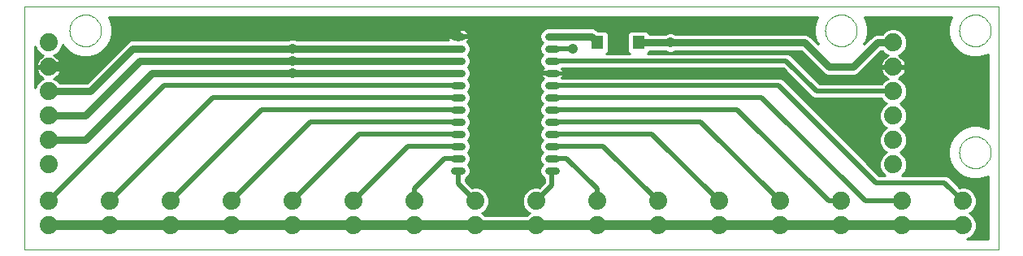
<source format=gtl>
G75*
G70*
%OFA0B0*%
%FSLAX24Y24*%
%IPPOS*%
%LPD*%
%AMOC8*
5,1,8,0,0,1.08239X$1,22.5*
%
%ADD10C,0.0000*%
%ADD11C,0.0300*%
%ADD12C,0.0740*%
%ADD13R,0.0500X0.0579*%
%ADD14C,0.0410*%
%ADD15C,0.0200*%
%ADD16C,0.0400*%
%ADD17C,0.0100*%
D10*
X000655Y000655D02*
X000655Y010651D01*
X040625Y010651D01*
X040625Y000655D01*
X000655Y000655D01*
X002505Y009655D02*
X002507Y009705D01*
X002513Y009755D01*
X002523Y009805D01*
X002536Y009853D01*
X002553Y009901D01*
X002574Y009947D01*
X002598Y009991D01*
X002626Y010033D01*
X002657Y010073D01*
X002691Y010110D01*
X002728Y010145D01*
X002767Y010176D01*
X002808Y010205D01*
X002852Y010230D01*
X002898Y010252D01*
X002945Y010270D01*
X002993Y010284D01*
X003042Y010295D01*
X003092Y010302D01*
X003142Y010305D01*
X003193Y010304D01*
X003243Y010299D01*
X003293Y010290D01*
X003341Y010278D01*
X003389Y010261D01*
X003435Y010241D01*
X003480Y010218D01*
X003523Y010191D01*
X003563Y010161D01*
X003601Y010128D01*
X003636Y010092D01*
X003669Y010053D01*
X003698Y010012D01*
X003724Y009969D01*
X003747Y009924D01*
X003766Y009877D01*
X003781Y009829D01*
X003793Y009780D01*
X003801Y009730D01*
X003805Y009680D01*
X003805Y009630D01*
X003801Y009580D01*
X003793Y009530D01*
X003781Y009481D01*
X003766Y009433D01*
X003747Y009386D01*
X003724Y009341D01*
X003698Y009298D01*
X003669Y009257D01*
X003636Y009218D01*
X003601Y009182D01*
X003563Y009149D01*
X003523Y009119D01*
X003480Y009092D01*
X003435Y009069D01*
X003389Y009049D01*
X003341Y009032D01*
X003293Y009020D01*
X003243Y009011D01*
X003193Y009006D01*
X003142Y009005D01*
X003092Y009008D01*
X003042Y009015D01*
X002993Y009026D01*
X002945Y009040D01*
X002898Y009058D01*
X002852Y009080D01*
X002808Y009105D01*
X002767Y009134D01*
X002728Y009165D01*
X002691Y009200D01*
X002657Y009237D01*
X002626Y009277D01*
X002598Y009319D01*
X002574Y009363D01*
X002553Y009409D01*
X002536Y009457D01*
X002523Y009505D01*
X002513Y009555D01*
X002507Y009605D01*
X002505Y009655D01*
X033505Y009655D02*
X033507Y009705D01*
X033513Y009755D01*
X033523Y009805D01*
X033536Y009853D01*
X033553Y009901D01*
X033574Y009947D01*
X033598Y009991D01*
X033626Y010033D01*
X033657Y010073D01*
X033691Y010110D01*
X033728Y010145D01*
X033767Y010176D01*
X033808Y010205D01*
X033852Y010230D01*
X033898Y010252D01*
X033945Y010270D01*
X033993Y010284D01*
X034042Y010295D01*
X034092Y010302D01*
X034142Y010305D01*
X034193Y010304D01*
X034243Y010299D01*
X034293Y010290D01*
X034341Y010278D01*
X034389Y010261D01*
X034435Y010241D01*
X034480Y010218D01*
X034523Y010191D01*
X034563Y010161D01*
X034601Y010128D01*
X034636Y010092D01*
X034669Y010053D01*
X034698Y010012D01*
X034724Y009969D01*
X034747Y009924D01*
X034766Y009877D01*
X034781Y009829D01*
X034793Y009780D01*
X034801Y009730D01*
X034805Y009680D01*
X034805Y009630D01*
X034801Y009580D01*
X034793Y009530D01*
X034781Y009481D01*
X034766Y009433D01*
X034747Y009386D01*
X034724Y009341D01*
X034698Y009298D01*
X034669Y009257D01*
X034636Y009218D01*
X034601Y009182D01*
X034563Y009149D01*
X034523Y009119D01*
X034480Y009092D01*
X034435Y009069D01*
X034389Y009049D01*
X034341Y009032D01*
X034293Y009020D01*
X034243Y009011D01*
X034193Y009006D01*
X034142Y009005D01*
X034092Y009008D01*
X034042Y009015D01*
X033993Y009026D01*
X033945Y009040D01*
X033898Y009058D01*
X033852Y009080D01*
X033808Y009105D01*
X033767Y009134D01*
X033728Y009165D01*
X033691Y009200D01*
X033657Y009237D01*
X033626Y009277D01*
X033598Y009319D01*
X033574Y009363D01*
X033553Y009409D01*
X033536Y009457D01*
X033523Y009505D01*
X033513Y009555D01*
X033507Y009605D01*
X033505Y009655D01*
X039005Y009655D02*
X039007Y009705D01*
X039013Y009755D01*
X039023Y009805D01*
X039036Y009853D01*
X039053Y009901D01*
X039074Y009947D01*
X039098Y009991D01*
X039126Y010033D01*
X039157Y010073D01*
X039191Y010110D01*
X039228Y010145D01*
X039267Y010176D01*
X039308Y010205D01*
X039352Y010230D01*
X039398Y010252D01*
X039445Y010270D01*
X039493Y010284D01*
X039542Y010295D01*
X039592Y010302D01*
X039642Y010305D01*
X039693Y010304D01*
X039743Y010299D01*
X039793Y010290D01*
X039841Y010278D01*
X039889Y010261D01*
X039935Y010241D01*
X039980Y010218D01*
X040023Y010191D01*
X040063Y010161D01*
X040101Y010128D01*
X040136Y010092D01*
X040169Y010053D01*
X040198Y010012D01*
X040224Y009969D01*
X040247Y009924D01*
X040266Y009877D01*
X040281Y009829D01*
X040293Y009780D01*
X040301Y009730D01*
X040305Y009680D01*
X040305Y009630D01*
X040301Y009580D01*
X040293Y009530D01*
X040281Y009481D01*
X040266Y009433D01*
X040247Y009386D01*
X040224Y009341D01*
X040198Y009298D01*
X040169Y009257D01*
X040136Y009218D01*
X040101Y009182D01*
X040063Y009149D01*
X040023Y009119D01*
X039980Y009092D01*
X039935Y009069D01*
X039889Y009049D01*
X039841Y009032D01*
X039793Y009020D01*
X039743Y009011D01*
X039693Y009006D01*
X039642Y009005D01*
X039592Y009008D01*
X039542Y009015D01*
X039493Y009026D01*
X039445Y009040D01*
X039398Y009058D01*
X039352Y009080D01*
X039308Y009105D01*
X039267Y009134D01*
X039228Y009165D01*
X039191Y009200D01*
X039157Y009237D01*
X039126Y009277D01*
X039098Y009319D01*
X039074Y009363D01*
X039053Y009409D01*
X039036Y009457D01*
X039023Y009505D01*
X039013Y009555D01*
X039007Y009605D01*
X039005Y009655D01*
X039005Y004655D02*
X039007Y004705D01*
X039013Y004755D01*
X039023Y004805D01*
X039036Y004853D01*
X039053Y004901D01*
X039074Y004947D01*
X039098Y004991D01*
X039126Y005033D01*
X039157Y005073D01*
X039191Y005110D01*
X039228Y005145D01*
X039267Y005176D01*
X039308Y005205D01*
X039352Y005230D01*
X039398Y005252D01*
X039445Y005270D01*
X039493Y005284D01*
X039542Y005295D01*
X039592Y005302D01*
X039642Y005305D01*
X039693Y005304D01*
X039743Y005299D01*
X039793Y005290D01*
X039841Y005278D01*
X039889Y005261D01*
X039935Y005241D01*
X039980Y005218D01*
X040023Y005191D01*
X040063Y005161D01*
X040101Y005128D01*
X040136Y005092D01*
X040169Y005053D01*
X040198Y005012D01*
X040224Y004969D01*
X040247Y004924D01*
X040266Y004877D01*
X040281Y004829D01*
X040293Y004780D01*
X040301Y004730D01*
X040305Y004680D01*
X040305Y004630D01*
X040301Y004580D01*
X040293Y004530D01*
X040281Y004481D01*
X040266Y004433D01*
X040247Y004386D01*
X040224Y004341D01*
X040198Y004298D01*
X040169Y004257D01*
X040136Y004218D01*
X040101Y004182D01*
X040063Y004149D01*
X040023Y004119D01*
X039980Y004092D01*
X039935Y004069D01*
X039889Y004049D01*
X039841Y004032D01*
X039793Y004020D01*
X039743Y004011D01*
X039693Y004006D01*
X039642Y004005D01*
X039592Y004008D01*
X039542Y004015D01*
X039493Y004026D01*
X039445Y004040D01*
X039398Y004058D01*
X039352Y004080D01*
X039308Y004105D01*
X039267Y004134D01*
X039228Y004165D01*
X039191Y004200D01*
X039157Y004237D01*
X039126Y004277D01*
X039098Y004319D01*
X039074Y004363D01*
X039053Y004409D01*
X039036Y004457D01*
X039023Y004505D01*
X039013Y004555D01*
X039007Y004605D01*
X039005Y004655D01*
D11*
X034655Y008155D02*
X033655Y008155D01*
X032655Y009155D01*
X027155Y009155D01*
X025852Y009155D01*
X024159Y009155D02*
X023909Y009405D01*
X022305Y009405D01*
X022155Y009405D02*
X022455Y009405D01*
X022455Y008905D02*
X022155Y008905D01*
X022155Y008405D02*
X022455Y008405D01*
X022455Y007905D02*
X022155Y007905D01*
X022155Y007405D02*
X022455Y007405D01*
X022455Y006905D02*
X022155Y006905D01*
X022155Y006405D02*
X022455Y006405D01*
X022455Y005905D02*
X022155Y005905D01*
X022155Y005405D02*
X022455Y005405D01*
X022455Y004905D02*
X022155Y004905D01*
X022155Y004405D02*
X022455Y004405D01*
X022455Y003905D02*
X022155Y003905D01*
X018605Y003905D02*
X018305Y003905D01*
X018305Y004405D02*
X018605Y004405D01*
X018605Y004905D02*
X018305Y004905D01*
X018305Y005405D02*
X018605Y005405D01*
X018605Y005905D02*
X018305Y005905D01*
X018305Y006405D02*
X018605Y006405D01*
X018605Y006905D02*
X018305Y006905D01*
X018305Y007405D02*
X018605Y007405D01*
X018605Y007905D02*
X018305Y007905D01*
X018455Y007905D02*
X011655Y007905D01*
X005905Y007905D01*
X003155Y005155D01*
X001655Y005155D01*
X001655Y006155D02*
X003155Y006155D01*
X005405Y008405D01*
X011655Y008405D01*
X018455Y008405D01*
X018305Y008405D02*
X018605Y008405D01*
X018605Y008905D02*
X018305Y008905D01*
X018455Y008905D02*
X012655Y008905D01*
X011655Y008905D01*
X005105Y008905D01*
X003355Y007155D01*
X001655Y007155D01*
X018305Y009405D02*
X018605Y009405D01*
X034655Y008155D02*
X035655Y009155D01*
X036295Y009155D01*
D12*
X036295Y009155D03*
X036295Y008155D03*
X036295Y007155D03*
X036295Y006155D03*
X036295Y005155D03*
X036295Y004155D03*
X036655Y002655D03*
X034155Y002655D03*
X031655Y002655D03*
X029155Y002655D03*
X026655Y002655D03*
X024155Y002655D03*
X021655Y002655D03*
X019155Y002655D03*
X016655Y002655D03*
X014155Y002655D03*
X011655Y002655D03*
X009155Y002655D03*
X006655Y002655D03*
X004155Y002655D03*
X001655Y002655D03*
X001655Y001655D03*
X004155Y001655D03*
X006655Y001655D03*
X009155Y001655D03*
X011655Y001655D03*
X014155Y001655D03*
X016655Y001655D03*
X019155Y001655D03*
X021655Y001655D03*
X024155Y001655D03*
X026655Y001655D03*
X029155Y001655D03*
X031655Y001655D03*
X034155Y001655D03*
X036655Y001655D03*
X039155Y001655D03*
X039155Y002655D03*
X001655Y004155D03*
X001655Y005155D03*
X001655Y006155D03*
X001655Y007155D03*
X001655Y008155D03*
X001655Y009155D03*
D13*
X024159Y009155D03*
X025852Y009155D03*
D14*
X027155Y009155D03*
X023155Y008905D03*
X021405Y008155D03*
X020405Y008155D03*
X020405Y006805D03*
X021405Y006805D03*
X019405Y006805D03*
X019405Y005655D03*
X020405Y005655D03*
X021405Y005655D03*
X021405Y004655D03*
X020405Y004655D03*
X019405Y004655D03*
X011655Y007905D03*
X011655Y008405D03*
X011655Y008905D03*
X017155Y009755D03*
D15*
X018455Y009405D02*
X019655Y009405D01*
X021155Y007905D01*
X022305Y007905D01*
X022305Y007405D02*
X031605Y007405D01*
X035605Y003405D01*
X038405Y003405D01*
X039155Y002655D01*
X036655Y002655D02*
X035155Y002655D01*
X030905Y006905D01*
X022305Y006905D01*
X022305Y006405D02*
X029905Y006405D01*
X033655Y002655D01*
X034155Y002655D01*
X031655Y002655D02*
X028405Y005905D01*
X022305Y005905D01*
X022305Y005405D02*
X026405Y005405D01*
X029155Y002655D01*
X026655Y002655D02*
X024405Y004905D01*
X022305Y004905D01*
X022305Y004405D02*
X022905Y004405D01*
X024155Y003155D01*
X024155Y002655D01*
X022305Y003305D02*
X021655Y002655D01*
X022305Y003305D02*
X022305Y003905D01*
X019155Y002655D02*
X018455Y003355D01*
X018455Y003905D01*
X018455Y004405D02*
X017905Y004405D01*
X016655Y003155D01*
X016655Y002655D01*
X016405Y004905D02*
X014155Y002655D01*
X011655Y002655D02*
X014405Y005405D01*
X018455Y005405D01*
X018455Y004905D02*
X016405Y004905D01*
X018455Y005905D02*
X012405Y005905D01*
X009155Y002655D01*
X006655Y002655D02*
X010405Y006405D01*
X018455Y006405D01*
X018455Y006905D02*
X008405Y006905D01*
X004155Y002655D01*
X001655Y002655D02*
X006405Y007405D01*
X018455Y007405D01*
X022305Y008405D02*
X031905Y008405D01*
X033155Y007155D01*
X036295Y007155D01*
X023155Y008905D02*
X022305Y008905D01*
D16*
X018455Y009405D02*
X018105Y009755D01*
X017155Y009755D01*
X005055Y009755D01*
X003455Y008155D01*
X001655Y008155D01*
X001655Y001655D02*
X004155Y001655D01*
X006655Y001655D01*
X009155Y001655D01*
X011655Y001655D01*
X014155Y001655D01*
X016655Y001655D01*
X019155Y001655D01*
X021655Y001655D01*
X024155Y001655D01*
X026655Y001655D01*
X029155Y001655D01*
X031655Y001655D01*
X034155Y001655D01*
X036655Y001655D01*
X039155Y001655D01*
D17*
X039684Y001443D02*
X040175Y001443D01*
X040175Y001345D02*
X039644Y001345D01*
X039638Y001332D02*
X039725Y001542D01*
X040175Y001542D01*
X040175Y001641D02*
X039725Y001641D01*
X039725Y001739D02*
X040175Y001739D01*
X040175Y001838D02*
X039696Y001838D01*
X039725Y001769D02*
X039638Y001978D01*
X039478Y002138D01*
X039437Y002155D01*
X039478Y002172D01*
X039638Y002332D01*
X039725Y002542D01*
X039725Y002769D01*
X039638Y002978D01*
X039478Y003138D01*
X039269Y003225D01*
X039042Y003225D01*
X039019Y003216D01*
X038575Y003659D01*
X038465Y003705D01*
X038345Y003705D01*
X036651Y003705D01*
X036778Y003832D01*
X036865Y004042D01*
X036865Y004269D01*
X036778Y004478D01*
X036618Y004638D01*
X036577Y004655D01*
X036618Y004672D01*
X036778Y004832D01*
X036865Y005042D01*
X036865Y005269D01*
X036778Y005478D01*
X036618Y005638D01*
X036577Y005655D01*
X036618Y005672D01*
X036778Y005832D01*
X036865Y006042D01*
X036865Y006269D01*
X036778Y006478D01*
X036618Y006638D01*
X036577Y006655D01*
X036618Y006672D01*
X036778Y006832D01*
X036865Y007042D01*
X036865Y007269D01*
X036778Y007478D01*
X036618Y007638D01*
X036512Y007682D01*
X036568Y007710D01*
X036634Y007758D01*
X036692Y007816D01*
X036740Y007883D01*
X036777Y007955D01*
X036802Y008033D01*
X036814Y008105D01*
X036345Y008105D01*
X036345Y008205D01*
X036814Y008205D01*
X036802Y008277D01*
X036777Y008355D01*
X036740Y008428D01*
X036692Y008494D01*
X036634Y008552D01*
X036568Y008600D01*
X036512Y008628D01*
X036618Y008672D01*
X036778Y008832D01*
X036865Y009042D01*
X036865Y009269D01*
X036778Y009478D01*
X036618Y009638D01*
X036409Y009725D01*
X036182Y009725D01*
X035972Y009638D01*
X035839Y009505D01*
X035585Y009505D01*
X035457Y009452D01*
X035358Y009353D01*
X035104Y009099D01*
X035180Y009231D01*
X035255Y009510D01*
X035255Y009800D01*
X035180Y010080D01*
X035110Y010201D01*
X038700Y010201D01*
X038630Y010080D01*
X038555Y009800D01*
X038555Y009510D01*
X038630Y009231D01*
X038775Y008980D01*
X038980Y008775D01*
X039231Y008630D01*
X039510Y008555D01*
X039800Y008555D01*
X040080Y008630D01*
X040175Y008685D01*
X040175Y005625D01*
X040080Y005680D01*
X039800Y005755D01*
X039510Y005755D01*
X039231Y005680D01*
X038980Y005535D01*
X038775Y005331D01*
X038630Y005080D01*
X038555Y004800D01*
X038555Y004510D01*
X038630Y004231D01*
X038775Y003980D01*
X038980Y003775D01*
X039231Y003630D01*
X039510Y003555D01*
X039800Y003555D01*
X040080Y003630D01*
X040175Y003685D01*
X040175Y001105D01*
X039317Y001105D01*
X039478Y001172D01*
X039638Y001332D01*
X039552Y001246D02*
X040175Y001246D01*
X040175Y001148D02*
X039420Y001148D01*
X039725Y001542D02*
X039725Y001769D01*
X039656Y001936D02*
X040175Y001936D01*
X040175Y002035D02*
X039582Y002035D01*
X039483Y002133D02*
X040175Y002133D01*
X040175Y002232D02*
X039538Y002232D01*
X039636Y002330D02*
X040175Y002330D01*
X040175Y002429D02*
X039678Y002429D01*
X039719Y002527D02*
X040175Y002527D01*
X040175Y002626D02*
X039725Y002626D01*
X039725Y002725D02*
X040175Y002725D01*
X040175Y002823D02*
X039702Y002823D01*
X039662Y002922D02*
X040175Y002922D01*
X040175Y003020D02*
X039596Y003020D01*
X039498Y003119D02*
X040175Y003119D01*
X040175Y003217D02*
X039287Y003217D01*
X039023Y003217D02*
X039017Y003217D01*
X038919Y003316D02*
X040175Y003316D01*
X040175Y003414D02*
X038820Y003414D01*
X038722Y003513D02*
X040175Y003513D01*
X040175Y003611D02*
X040010Y003611D01*
X039300Y003611D02*
X038623Y003611D01*
X039092Y003710D02*
X036656Y003710D01*
X036755Y003809D02*
X038946Y003809D01*
X038848Y003907D02*
X036809Y003907D01*
X036850Y004006D02*
X038760Y004006D01*
X038703Y004104D02*
X036865Y004104D01*
X036865Y004203D02*
X038646Y004203D01*
X038611Y004301D02*
X036852Y004301D01*
X036811Y004400D02*
X038585Y004400D01*
X038558Y004498D02*
X036758Y004498D01*
X036659Y004597D02*
X038555Y004597D01*
X038555Y004695D02*
X036641Y004695D01*
X036740Y004794D02*
X038555Y004794D01*
X038580Y004892D02*
X036803Y004892D01*
X036844Y004991D02*
X038606Y004991D01*
X038636Y005090D02*
X036865Y005090D01*
X036865Y005188D02*
X038693Y005188D01*
X038750Y005287D02*
X036858Y005287D01*
X036817Y005385D02*
X038830Y005385D01*
X038928Y005484D02*
X036773Y005484D01*
X036674Y005582D02*
X039061Y005582D01*
X039233Y005681D02*
X036627Y005681D01*
X036725Y005779D02*
X040175Y005779D01*
X040175Y005681D02*
X040077Y005681D01*
X040175Y005878D02*
X036797Y005878D01*
X036838Y005976D02*
X040175Y005976D01*
X040175Y006075D02*
X036865Y006075D01*
X036865Y006174D02*
X040175Y006174D01*
X040175Y006272D02*
X036864Y006272D01*
X036823Y006371D02*
X040175Y006371D01*
X040175Y006469D02*
X036782Y006469D01*
X036689Y006568D02*
X040175Y006568D01*
X040175Y006666D02*
X036604Y006666D01*
X036711Y006765D02*
X040175Y006765D01*
X040175Y006863D02*
X036791Y006863D01*
X036832Y006962D02*
X040175Y006962D01*
X040175Y007060D02*
X036865Y007060D01*
X036865Y007159D02*
X040175Y007159D01*
X040175Y007258D02*
X036865Y007258D01*
X036829Y007356D02*
X040175Y007356D01*
X040175Y007455D02*
X036788Y007455D01*
X036703Y007553D02*
X040175Y007553D01*
X040175Y007652D02*
X036586Y007652D01*
X036623Y007750D02*
X040175Y007750D01*
X040175Y007849D02*
X036715Y007849D01*
X036773Y007947D02*
X040175Y007947D01*
X040175Y008046D02*
X036804Y008046D01*
X036808Y008243D02*
X040175Y008243D01*
X040175Y008341D02*
X036781Y008341D01*
X036731Y008440D02*
X040175Y008440D01*
X040175Y008539D02*
X036647Y008539D01*
X036534Y008637D02*
X039218Y008637D01*
X039048Y008736D02*
X036682Y008736D01*
X036779Y008834D02*
X038920Y008834D01*
X038822Y008933D02*
X036820Y008933D01*
X036861Y009031D02*
X038745Y009031D01*
X038688Y009130D02*
X036865Y009130D01*
X036865Y009228D02*
X038631Y009228D01*
X038604Y009327D02*
X036841Y009327D01*
X036800Y009425D02*
X038578Y009425D01*
X038555Y009524D02*
X036732Y009524D01*
X036634Y009623D02*
X038555Y009623D01*
X038555Y009721D02*
X036418Y009721D01*
X036172Y009721D02*
X035255Y009721D01*
X035255Y009623D02*
X035956Y009623D01*
X035858Y009524D02*
X035255Y009524D01*
X035232Y009425D02*
X035431Y009425D01*
X035332Y009327D02*
X035206Y009327D01*
X035179Y009228D02*
X035233Y009228D01*
X035135Y009130D02*
X035122Y009130D01*
X035731Y008736D02*
X035908Y008736D01*
X035972Y008672D02*
X035839Y008805D01*
X035800Y008805D01*
X034853Y007858D01*
X034725Y007805D01*
X034585Y007805D01*
X033585Y007805D01*
X033457Y007858D01*
X033358Y007957D01*
X032510Y008805D01*
X027368Y008805D01*
X027236Y008750D01*
X027075Y008750D01*
X026942Y008805D01*
X026302Y008805D01*
X026302Y008783D01*
X026224Y008705D01*
X031845Y008705D01*
X031965Y008705D01*
X032075Y008659D01*
X033279Y007455D01*
X035802Y007455D01*
X035812Y007478D01*
X035972Y007638D01*
X036078Y007682D01*
X036023Y007710D01*
X035956Y007758D01*
X035898Y007816D01*
X035850Y007883D01*
X035813Y007955D01*
X035788Y008033D01*
X035777Y008105D01*
X036245Y008105D01*
X036245Y008205D01*
X035777Y008205D01*
X035788Y008277D01*
X035813Y008355D01*
X035850Y008428D01*
X035898Y008494D01*
X035956Y008552D01*
X036023Y008600D01*
X036078Y008628D01*
X035972Y008672D01*
X036056Y008637D02*
X035632Y008637D01*
X035534Y008539D02*
X035943Y008539D01*
X035859Y008440D02*
X035435Y008440D01*
X035336Y008341D02*
X035809Y008341D01*
X035783Y008243D02*
X035238Y008243D01*
X035139Y008144D02*
X036245Y008144D01*
X036345Y008144D02*
X040175Y008144D01*
X040175Y008637D02*
X040092Y008637D01*
X038560Y009820D02*
X035250Y009820D01*
X035223Y009918D02*
X038587Y009918D01*
X038613Y010017D02*
X035197Y010017D01*
X035160Y010115D02*
X038651Y010115D01*
X033200Y010201D02*
X033130Y010080D01*
X033055Y009800D01*
X033055Y009510D01*
X033130Y009231D01*
X033206Y009099D01*
X032853Y009452D01*
X032725Y009505D01*
X032585Y009505D01*
X027368Y009505D01*
X027236Y009560D01*
X027075Y009560D01*
X026942Y009505D01*
X026302Y009505D01*
X026302Y009527D01*
X026184Y009644D01*
X025519Y009644D01*
X025402Y009527D01*
X025402Y008783D01*
X025479Y008705D01*
X024531Y008705D01*
X024609Y008783D01*
X024609Y009527D01*
X024491Y009644D01*
X024164Y009644D01*
X024107Y009702D01*
X023978Y009755D01*
X023839Y009755D01*
X022525Y009755D01*
X022085Y009755D01*
X021957Y009702D01*
X021858Y009603D01*
X021805Y009475D01*
X021805Y009335D01*
X021858Y009207D01*
X021910Y009155D01*
X021858Y009103D01*
X021805Y008975D01*
X021805Y008835D01*
X021858Y008707D01*
X021910Y008655D01*
X021858Y008603D01*
X021805Y008475D01*
X021805Y008335D01*
X021858Y008207D01*
X021946Y008120D01*
X021922Y008096D01*
X021889Y008047D01*
X021867Y007993D01*
X021855Y007935D01*
X021855Y007930D01*
X022280Y007930D01*
X022280Y007880D01*
X021855Y007880D01*
X021855Y007876D01*
X021867Y007818D01*
X021889Y007763D01*
X021922Y007714D01*
X021946Y007690D01*
X021858Y007603D01*
X021805Y007475D01*
X021805Y007335D01*
X021858Y007207D01*
X021910Y007155D01*
X021858Y007103D01*
X021805Y006975D01*
X021805Y006835D01*
X021858Y006707D01*
X021910Y006655D01*
X021858Y006603D01*
X021805Y006475D01*
X021805Y006335D01*
X021858Y006207D01*
X021910Y006155D01*
X021858Y006103D01*
X021805Y005975D01*
X021805Y005835D01*
X021858Y005707D01*
X021910Y005655D01*
X021858Y005603D01*
X021805Y005475D01*
X021805Y005335D01*
X021858Y005207D01*
X021910Y005155D01*
X021858Y005103D01*
X021805Y004975D01*
X021805Y004835D01*
X021858Y004707D01*
X021910Y004655D01*
X021858Y004603D01*
X021805Y004475D01*
X021805Y004335D01*
X021858Y004207D01*
X021910Y004155D01*
X021858Y004103D01*
X021805Y003975D01*
X021805Y003835D01*
X021858Y003707D01*
X021957Y003608D01*
X022005Y003588D01*
X022005Y003429D01*
X021791Y003216D01*
X021769Y003225D01*
X021542Y003225D01*
X021332Y003138D01*
X021172Y002978D01*
X021085Y002769D01*
X021085Y002542D01*
X021172Y002332D01*
X021332Y002172D01*
X021373Y002155D01*
X021332Y002138D01*
X021249Y002055D01*
X019561Y002055D01*
X019478Y002138D01*
X019437Y002155D01*
X019478Y002172D01*
X019638Y002332D01*
X019725Y002542D01*
X019725Y002769D01*
X019638Y002978D01*
X019478Y003138D01*
X019269Y003225D01*
X019042Y003225D01*
X019019Y003216D01*
X018755Y003479D01*
X018755Y003588D01*
X018803Y003608D01*
X018902Y003707D01*
X018955Y003835D01*
X018955Y003975D01*
X018902Y004103D01*
X018850Y004155D01*
X018902Y004207D01*
X018955Y004335D01*
X018955Y004475D01*
X018902Y004603D01*
X018850Y004655D01*
X018902Y004707D01*
X018955Y004835D01*
X018955Y004975D01*
X018902Y005103D01*
X018850Y005155D01*
X018902Y005207D01*
X018955Y005335D01*
X018955Y005475D01*
X018902Y005603D01*
X018850Y005655D01*
X018902Y005707D01*
X018955Y005835D01*
X018955Y005975D01*
X018902Y006103D01*
X018850Y006155D01*
X018902Y006207D01*
X018955Y006335D01*
X018955Y006475D01*
X018902Y006603D01*
X018850Y006655D01*
X018902Y006707D01*
X018955Y006835D01*
X018955Y006975D01*
X018902Y007103D01*
X018850Y007155D01*
X018902Y007207D01*
X018955Y007335D01*
X018955Y007475D01*
X018902Y007603D01*
X018850Y007655D01*
X018902Y007707D01*
X018955Y007835D01*
X018955Y007975D01*
X018902Y008103D01*
X018850Y008155D01*
X018902Y008207D01*
X018955Y008335D01*
X018955Y008475D01*
X018902Y008603D01*
X018850Y008655D01*
X018902Y008707D01*
X018955Y008835D01*
X018955Y008975D01*
X018902Y009103D01*
X018815Y009190D01*
X018838Y009214D01*
X018871Y009263D01*
X018894Y009318D01*
X018905Y009376D01*
X018905Y009380D01*
X018480Y009380D01*
X018480Y009430D01*
X018430Y009430D01*
X018430Y009380D01*
X018005Y009380D01*
X018005Y009376D01*
X018017Y009318D01*
X018039Y009263D01*
X018045Y009255D01*
X012725Y009255D01*
X011868Y009255D01*
X011736Y009310D01*
X011575Y009310D01*
X011442Y009255D01*
X005175Y009255D01*
X005035Y009255D01*
X004907Y009202D01*
X003210Y007505D01*
X002111Y007505D01*
X001978Y007638D01*
X001872Y007682D01*
X001928Y007710D01*
X001994Y007758D01*
X002052Y007816D01*
X002100Y007883D01*
X002137Y007955D01*
X002162Y008033D01*
X002174Y008105D01*
X001705Y008105D01*
X001705Y008205D01*
X002174Y008205D01*
X002162Y008277D01*
X002137Y008355D01*
X002100Y008428D01*
X002052Y008494D01*
X001994Y008552D01*
X001928Y008600D01*
X001872Y008628D01*
X001978Y008672D01*
X002138Y008832D01*
X002225Y009042D01*
X002225Y009066D01*
X002275Y008980D01*
X002480Y008775D01*
X002731Y008630D01*
X003010Y008555D01*
X003300Y008555D01*
X003580Y008630D01*
X003831Y008775D01*
X004035Y008980D01*
X004180Y009231D01*
X004255Y009510D01*
X004255Y009800D01*
X004180Y010080D01*
X004110Y010201D01*
X033200Y010201D01*
X033151Y010115D02*
X004160Y010115D01*
X004197Y010017D02*
X033113Y010017D01*
X033087Y009918D02*
X004223Y009918D01*
X004250Y009820D02*
X033060Y009820D01*
X033055Y009721D02*
X024060Y009721D01*
X024513Y009623D02*
X025497Y009623D01*
X025402Y009524D02*
X024609Y009524D01*
X024609Y009425D02*
X025402Y009425D01*
X025402Y009327D02*
X024609Y009327D01*
X024609Y009228D02*
X025402Y009228D01*
X025402Y009130D02*
X024609Y009130D01*
X024609Y009031D02*
X025402Y009031D01*
X025402Y008933D02*
X024609Y008933D01*
X024609Y008834D02*
X025402Y008834D01*
X025449Y008736D02*
X024561Y008736D01*
X026254Y008736D02*
X032580Y008736D01*
X032678Y008637D02*
X032097Y008637D01*
X032196Y008539D02*
X032777Y008539D01*
X032875Y008440D02*
X032294Y008440D01*
X032393Y008341D02*
X032974Y008341D01*
X033072Y008243D02*
X032491Y008243D01*
X032590Y008144D02*
X033171Y008144D01*
X033269Y008046D02*
X032689Y008046D01*
X032787Y007947D02*
X033368Y007947D01*
X033480Y007849D02*
X032886Y007849D01*
X032984Y007750D02*
X035968Y007750D01*
X036005Y007652D02*
X033083Y007652D01*
X033181Y007553D02*
X035887Y007553D01*
X035875Y007849D02*
X034830Y007849D01*
X034942Y007947D02*
X035817Y007947D01*
X035786Y008046D02*
X035041Y008046D01*
X032530Y007356D02*
X032078Y007356D01*
X031980Y007455D02*
X032431Y007455D01*
X032333Y007553D02*
X031881Y007553D01*
X031783Y007652D02*
X032234Y007652D01*
X032136Y007750D02*
X022712Y007750D01*
X022721Y007763D02*
X022744Y007818D01*
X022755Y007876D01*
X022755Y007880D01*
X022330Y007880D01*
X022330Y007930D01*
X022755Y007930D01*
X022755Y007935D01*
X022744Y007993D01*
X022721Y008047D01*
X022688Y008096D01*
X022679Y008105D01*
X031781Y008105D01*
X032901Y006985D01*
X032985Y006901D01*
X033095Y006855D01*
X035802Y006855D01*
X035812Y006832D01*
X035972Y006672D01*
X036013Y006655D01*
X035972Y006638D01*
X035812Y006478D01*
X035725Y006269D01*
X035725Y006042D01*
X035812Y005832D01*
X035972Y005672D01*
X036013Y005655D01*
X035972Y005638D01*
X035812Y005478D01*
X035725Y005269D01*
X035725Y005042D01*
X035812Y004832D01*
X035972Y004672D01*
X036013Y004655D01*
X035972Y004638D01*
X035812Y004478D01*
X035725Y004269D01*
X035725Y004042D01*
X035812Y003832D01*
X035939Y003705D01*
X035729Y003705D01*
X031775Y007659D01*
X031665Y007705D01*
X031545Y007705D01*
X022679Y007705D01*
X022688Y007714D01*
X022721Y007763D01*
X022750Y007849D02*
X032037Y007849D01*
X031939Y007947D02*
X022753Y007947D01*
X022722Y008046D02*
X031840Y008046D01*
X032177Y007258D02*
X032628Y007258D01*
X032727Y007159D02*
X032275Y007159D01*
X032374Y007060D02*
X032826Y007060D01*
X032924Y006962D02*
X032473Y006962D01*
X032571Y006863D02*
X033076Y006863D01*
X032670Y006765D02*
X035879Y006765D01*
X035986Y006666D02*
X032768Y006666D01*
X032867Y006568D02*
X035902Y006568D01*
X035808Y006469D02*
X032965Y006469D01*
X033064Y006371D02*
X035767Y006371D01*
X035727Y006272D02*
X033162Y006272D01*
X033261Y006174D02*
X035725Y006174D01*
X035725Y006075D02*
X033359Y006075D01*
X033458Y005976D02*
X035752Y005976D01*
X035793Y005878D02*
X033557Y005878D01*
X033655Y005779D02*
X035865Y005779D01*
X035963Y005681D02*
X033754Y005681D01*
X033852Y005582D02*
X035916Y005582D01*
X035818Y005484D02*
X033951Y005484D01*
X034049Y005385D02*
X035773Y005385D01*
X035733Y005287D02*
X034148Y005287D01*
X034246Y005188D02*
X035725Y005188D01*
X035725Y005090D02*
X034345Y005090D01*
X034443Y004991D02*
X035746Y004991D01*
X035787Y004892D02*
X034542Y004892D01*
X034641Y004794D02*
X035850Y004794D01*
X035949Y004695D02*
X034739Y004695D01*
X034838Y004597D02*
X035931Y004597D01*
X035832Y004498D02*
X034936Y004498D01*
X035035Y004400D02*
X035779Y004400D01*
X035739Y004301D02*
X035133Y004301D01*
X035232Y004203D02*
X035725Y004203D01*
X035725Y004104D02*
X035330Y004104D01*
X035429Y004006D02*
X035740Y004006D01*
X035781Y003907D02*
X035527Y003907D01*
X035626Y003809D02*
X035836Y003809D01*
X035934Y003710D02*
X035724Y003710D01*
X022005Y003513D02*
X018755Y003513D01*
X018806Y003611D02*
X021954Y003611D01*
X021857Y003710D02*
X018903Y003710D01*
X018944Y003809D02*
X021816Y003809D01*
X021805Y003907D02*
X018955Y003907D01*
X018942Y004006D02*
X021818Y004006D01*
X021859Y004104D02*
X018901Y004104D01*
X018898Y004203D02*
X021863Y004203D01*
X021819Y004301D02*
X018941Y004301D01*
X018955Y004400D02*
X021805Y004400D01*
X021815Y004498D02*
X018945Y004498D01*
X018905Y004597D02*
X021856Y004597D01*
X021870Y004695D02*
X018890Y004695D01*
X018938Y004794D02*
X021822Y004794D01*
X021805Y004892D02*
X018955Y004892D01*
X018948Y004991D02*
X021812Y004991D01*
X021853Y005090D02*
X018908Y005090D01*
X018883Y005188D02*
X021877Y005188D01*
X021825Y005287D02*
X018935Y005287D01*
X018955Y005385D02*
X021805Y005385D01*
X021809Y005484D02*
X018951Y005484D01*
X018911Y005582D02*
X021850Y005582D01*
X021884Y005681D02*
X018876Y005681D01*
X018932Y005779D02*
X021828Y005779D01*
X021805Y005878D02*
X018955Y005878D01*
X018954Y005976D02*
X021806Y005976D01*
X021847Y006075D02*
X018914Y006075D01*
X018868Y006174D02*
X021892Y006174D01*
X021831Y006272D02*
X018929Y006272D01*
X018955Y006371D02*
X021805Y006371D01*
X021805Y006469D02*
X018955Y006469D01*
X018917Y006568D02*
X021844Y006568D01*
X021899Y006666D02*
X018861Y006666D01*
X018926Y006765D02*
X021834Y006765D01*
X021805Y006863D02*
X018955Y006863D01*
X018955Y006962D02*
X021805Y006962D01*
X021841Y007060D02*
X018920Y007060D01*
X018854Y007159D02*
X021906Y007159D01*
X021837Y007258D02*
X018923Y007258D01*
X018955Y007356D02*
X021805Y007356D01*
X021805Y007455D02*
X018955Y007455D01*
X018923Y007553D02*
X021838Y007553D01*
X021907Y007652D02*
X018853Y007652D01*
X018920Y007750D02*
X021898Y007750D01*
X021860Y007849D02*
X018955Y007849D01*
X018955Y007947D02*
X021858Y007947D01*
X021889Y008046D02*
X018926Y008046D01*
X018861Y008144D02*
X021921Y008144D01*
X021843Y008243D02*
X018917Y008243D01*
X018955Y008341D02*
X021805Y008341D01*
X021805Y008440D02*
X018955Y008440D01*
X018929Y008539D02*
X021832Y008539D01*
X021892Y008637D02*
X018868Y008637D01*
X018914Y008736D02*
X021846Y008736D01*
X021806Y008834D02*
X018955Y008834D01*
X018955Y008933D02*
X021805Y008933D01*
X021829Y009031D02*
X018932Y009031D01*
X018875Y009130D02*
X021885Y009130D01*
X021849Y009228D02*
X018848Y009228D01*
X018895Y009327D02*
X021809Y009327D01*
X021805Y009425D02*
X018480Y009425D01*
X018480Y009430D02*
X018905Y009430D01*
X018905Y009435D01*
X018894Y009493D01*
X018871Y009547D01*
X018838Y009596D01*
X018796Y009638D01*
X018747Y009671D01*
X018693Y009694D01*
X018635Y009705D01*
X018480Y009705D01*
X018480Y009430D01*
X018430Y009430D02*
X018430Y009705D01*
X018276Y009705D01*
X018218Y009694D01*
X018163Y009671D01*
X018114Y009638D01*
X018072Y009596D01*
X018039Y009547D01*
X018017Y009493D01*
X018005Y009435D01*
X018005Y009430D01*
X018430Y009430D01*
X018430Y009425D02*
X004232Y009425D01*
X004206Y009327D02*
X018015Y009327D01*
X018030Y009524D02*
X004255Y009524D01*
X004255Y009623D02*
X018098Y009623D01*
X018430Y009623D02*
X018480Y009623D01*
X018480Y009524D02*
X018430Y009524D01*
X018812Y009623D02*
X021878Y009623D01*
X021826Y009524D02*
X018881Y009524D01*
X022003Y009721D02*
X004255Y009721D01*
X004179Y009228D02*
X004971Y009228D01*
X004835Y009130D02*
X004122Y009130D01*
X004065Y009031D02*
X004736Y009031D01*
X004638Y008933D02*
X003988Y008933D01*
X003890Y008834D02*
X004539Y008834D01*
X004441Y008736D02*
X003763Y008736D01*
X003592Y008637D02*
X004342Y008637D01*
X004244Y008539D02*
X002007Y008539D01*
X002091Y008440D02*
X004145Y008440D01*
X004047Y008341D02*
X002141Y008341D01*
X002168Y008243D02*
X003948Y008243D01*
X003849Y008144D02*
X001705Y008144D01*
X001605Y008144D02*
X001105Y008144D01*
X001137Y008105D02*
X001148Y008033D01*
X001173Y007955D01*
X001210Y007883D01*
X001258Y007816D01*
X001316Y007758D01*
X001383Y007710D01*
X001438Y007682D01*
X001332Y007638D01*
X001172Y007478D01*
X001105Y007317D01*
X001105Y008994D01*
X001172Y008832D01*
X001332Y008672D01*
X001438Y008628D01*
X001383Y008600D01*
X001316Y008552D01*
X001258Y008494D01*
X001210Y008428D01*
X001173Y008355D01*
X001148Y008277D01*
X001137Y008205D01*
X001605Y008205D01*
X001605Y008105D01*
X001137Y008105D01*
X001146Y008046D02*
X001105Y008046D01*
X001105Y007947D02*
X001177Y007947D01*
X001235Y007849D02*
X001105Y007849D01*
X001105Y007750D02*
X001328Y007750D01*
X001365Y007652D02*
X001105Y007652D01*
X001105Y007553D02*
X001247Y007553D01*
X001162Y007455D02*
X001105Y007455D01*
X001105Y007356D02*
X001121Y007356D01*
X001946Y007652D02*
X003357Y007652D01*
X003455Y007750D02*
X001983Y007750D01*
X002075Y007849D02*
X003554Y007849D01*
X003652Y007947D02*
X002133Y007947D01*
X002164Y008046D02*
X003751Y008046D01*
X003258Y007553D02*
X002063Y007553D01*
X001143Y008243D02*
X001105Y008243D01*
X001105Y008341D02*
X001169Y008341D01*
X001219Y008440D02*
X001105Y008440D01*
X001105Y008539D02*
X001303Y008539D01*
X001416Y008637D02*
X001105Y008637D01*
X001105Y008736D02*
X001268Y008736D01*
X001171Y008834D02*
X001105Y008834D01*
X001105Y008933D02*
X001130Y008933D01*
X002042Y008736D02*
X002548Y008736D01*
X002420Y008834D02*
X002139Y008834D01*
X002180Y008933D02*
X002322Y008933D01*
X002245Y009031D02*
X002221Y009031D01*
X001894Y008637D02*
X002718Y008637D01*
X018820Y003414D02*
X021990Y003414D01*
X021892Y003316D02*
X018919Y003316D01*
X019017Y003217D02*
X019023Y003217D01*
X019287Y003217D02*
X021523Y003217D01*
X021313Y003119D02*
X019498Y003119D01*
X019596Y003020D02*
X021214Y003020D01*
X021149Y002922D02*
X019662Y002922D01*
X019702Y002823D02*
X021108Y002823D01*
X021085Y002725D02*
X019725Y002725D01*
X019725Y002626D02*
X021085Y002626D01*
X021091Y002527D02*
X019719Y002527D01*
X019678Y002429D02*
X021132Y002429D01*
X021174Y002330D02*
X019636Y002330D01*
X019538Y002232D02*
X021272Y002232D01*
X021327Y002133D02*
X019483Y002133D01*
X021787Y003217D02*
X021793Y003217D01*
X033175Y009130D02*
X033188Y009130D01*
X033131Y009228D02*
X033077Y009228D01*
X033104Y009327D02*
X032978Y009327D01*
X032880Y009425D02*
X033078Y009425D01*
X033055Y009524D02*
X027323Y009524D01*
X026988Y009524D02*
X026302Y009524D01*
X026206Y009623D02*
X033055Y009623D01*
M02*

</source>
